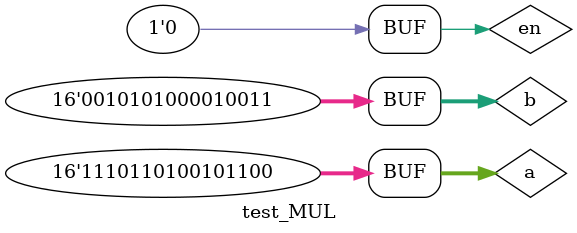
<source format=v>
module test_MUL;
reg [15:0] a,b;
reg en;
wire [15:0] output1,output0;



MUL mul0(output1,output0,a,b,en);

initial
begin
en = 0;
a = 16'b1110100100100000;
b = 16'b0010101000011111;
#100 a = 16'b1110110100101100;
#100 b = 16'b0010101000010011;

end
endmodule
</source>
